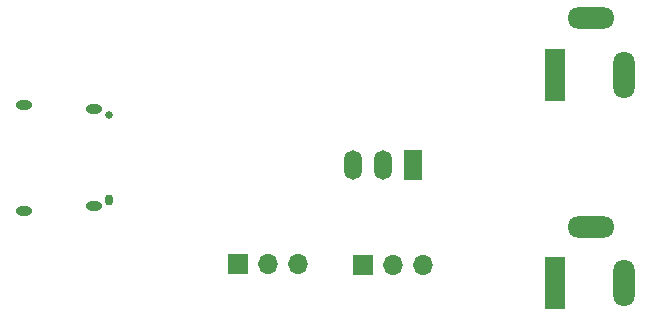
<source format=gbr>
%TF.GenerationSoftware,KiCad,Pcbnew,7.0.10-7.0.10~ubuntu20.04.1*%
%TF.CreationDate,2024-10-07T18:01:58+02:00*%
%TF.ProjectId,powerplay,706f7765-7270-46c6-9179-2e6b69636164,rev?*%
%TF.SameCoordinates,Original*%
%TF.FileFunction,Soldermask,Bot*%
%TF.FilePolarity,Negative*%
%FSLAX46Y46*%
G04 Gerber Fmt 4.6, Leading zero omitted, Abs format (unit mm)*
G04 Created by KiCad (PCBNEW 7.0.10-7.0.10~ubuntu20.04.1) date 2024-10-07 18:01:58*
%MOMM*%
%LPD*%
G01*
G04 APERTURE LIST*
%ADD10R,1.800000X4.400000*%
%ADD11O,1.800000X4.000000*%
%ADD12O,4.000000X1.800000*%
%ADD13R,1.500000X2.500000*%
%ADD14O,1.500000X2.500000*%
%ADD15R,1.700000X1.700000*%
%ADD16O,1.700000X1.700000*%
%ADD17C,0.650000*%
%ADD18O,0.650000X0.950000*%
%ADD19O,1.400000X0.800000*%
G04 APERTURE END LIST*
D10*
%TO.C,J2*%
X171704000Y-73733010D03*
D11*
X177504000Y-73733010D03*
D12*
X174704000Y-68933010D03*
%TD*%
D13*
%TO.C,U2*%
X159658500Y-81375500D03*
D14*
X157118500Y-81375500D03*
X154578500Y-81375500D03*
%TD*%
D10*
%TO.C,J3*%
X171704000Y-91405000D03*
D11*
X177504000Y-91405000D03*
D12*
X174704000Y-86605000D03*
%TD*%
D15*
%TO.C,JP2*%
X144831305Y-89755714D03*
D16*
X147371305Y-89755714D03*
X149911305Y-89755714D03*
%TD*%
D15*
%TO.C,JP1*%
X155418012Y-89830269D03*
D16*
X157958012Y-89830269D03*
X160498012Y-89830269D03*
%TD*%
D17*
%TO.C,J1*%
X133899512Y-77157757D03*
D18*
X133899512Y-84357757D03*
D19*
X126699512Y-76267757D03*
X132649512Y-76627757D03*
X132649512Y-84887757D03*
X126699512Y-85247757D03*
%TD*%
M02*

</source>
